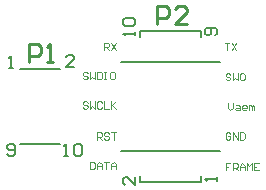
<source format=gto>
G04*
G04 #@! TF.GenerationSoftware,Altium Limited,CircuitStudio,1.5.2 (30)*
G04*
G04 Layer_Color=65535*
%FSLAX24Y24*%
%MOIN*%
G70*
G01*
G75*
%ADD12C,0.0079*%
%ADD14C,0.0100*%
%ADD16C,0.0060*%
%ADD17C,0.0039*%
D12*
X1299Y4596D02*
X2638D01*
X1299Y2096D02*
X2638D01*
X5289Y5659D02*
Y5876D01*
X7309Y5659D02*
Y5876D01*
X5289D02*
X7309D01*
Y817D02*
Y1033D01*
X5289Y817D02*
Y1033D01*
Y817D02*
X7309D01*
X4646Y1850D02*
X7953D01*
X4646Y4843D02*
X7953D01*
D14*
X1585Y4843D02*
Y5442D01*
X1885D01*
X1985Y5342D01*
Y5142D01*
X1885Y5042D01*
X1585D01*
X2184Y4843D02*
X2384D01*
X2284D01*
Y5442D01*
X2184Y5342D01*
X5846Y6102D02*
Y6702D01*
X6146D01*
X6246Y6602D01*
Y6402D01*
X6146Y6302D01*
X5846D01*
X6846Y6102D02*
X6446D01*
X6846Y6502D01*
Y6602D01*
X6746Y6702D01*
X6546D01*
X6446Y6602D01*
D16*
X3082Y4656D02*
X2815D01*
X3082Y4922D01*
Y4989D01*
X3015Y5055D01*
X2882D01*
X2815Y4989D01*
X915Y4636D02*
X1049D01*
X982D01*
Y5036D01*
X915Y4969D01*
X866Y1760D02*
X933Y1693D01*
X1066D01*
X1133Y1760D01*
Y2026D01*
X1066Y2093D01*
X933D01*
X866Y2026D01*
Y1960D01*
X933Y1893D01*
X1133D01*
X2756Y1693D02*
X2889D01*
X2823D01*
Y2093D01*
X2756Y2026D01*
X3089D02*
X3156Y2093D01*
X3289D01*
X3356Y2026D01*
Y1760D01*
X3289Y1693D01*
X3156D01*
X3089Y1760D01*
Y2026D01*
X5118Y5713D02*
Y5846D01*
Y5779D01*
X4718D01*
X4785Y5713D01*
Y6046D02*
X4718Y6112D01*
Y6246D01*
X4785Y6312D01*
X5051D01*
X5118Y6246D01*
Y6112D01*
X5051Y6046D01*
X4785D01*
X7807Y5713D02*
X7874Y5779D01*
Y5913D01*
X7807Y5979D01*
X7541D01*
X7474Y5913D01*
Y5779D01*
X7541Y5713D01*
X7607D01*
X7674Y5779D01*
Y5979D01*
X5118Y1011D02*
Y744D01*
X4852Y1011D01*
X4785D01*
X4718Y944D01*
Y811D01*
X4785Y744D01*
X7874Y862D02*
Y996D01*
Y929D01*
X7474D01*
X7541Y862D01*
D17*
X8110Y5472D02*
X8268D01*
X8189D01*
Y5236D01*
X8346Y5472D02*
X8504Y5236D01*
Y5472D02*
X8346Y5236D01*
X8307Y4409D02*
X8268Y4449D01*
X8189D01*
X8150Y4409D01*
Y4370D01*
X8189Y4331D01*
X8268D01*
X8307Y4291D01*
Y4252D01*
X8268Y4213D01*
X8189D01*
X8150Y4252D01*
X8386Y4449D02*
Y4213D01*
X8464Y4291D01*
X8543Y4213D01*
Y4449D01*
X8740D02*
X8661D01*
X8622Y4409D01*
Y4252D01*
X8661Y4213D01*
X8740D01*
X8779Y4252D01*
Y4409D01*
X8740Y4449D01*
X8228Y3465D02*
Y3307D01*
X8307Y3228D01*
X8386Y3307D01*
Y3465D01*
X8504Y3386D02*
X8583D01*
X8622Y3346D01*
Y3228D01*
X8504D01*
X8464Y3268D01*
X8504Y3307D01*
X8622D01*
X8819Y3228D02*
X8740D01*
X8701Y3268D01*
Y3346D01*
X8740Y3386D01*
X8819D01*
X8858Y3346D01*
Y3307D01*
X8701D01*
X8937Y3228D02*
Y3386D01*
X8976D01*
X9015Y3346D01*
Y3228D01*
Y3346D01*
X9055Y3386D01*
X9094Y3346D01*
Y3228D01*
X8307Y2441D02*
X8268Y2480D01*
X8189D01*
X8150Y2441D01*
Y2283D01*
X8189Y2244D01*
X8268D01*
X8307Y2283D01*
Y2362D01*
X8228D01*
X8386Y2244D02*
Y2480D01*
X8543Y2244D01*
Y2480D01*
X8622D02*
Y2244D01*
X8740D01*
X8779Y2283D01*
Y2441D01*
X8740Y2480D01*
X8622D01*
X8307Y1457D02*
X8150D01*
Y1339D01*
X8228D01*
X8150D01*
Y1220D01*
X8386D02*
Y1457D01*
X8504D01*
X8543Y1417D01*
Y1339D01*
X8504Y1299D01*
X8386D01*
X8464D02*
X8543Y1220D01*
X8622D02*
Y1378D01*
X8701Y1457D01*
X8779Y1378D01*
Y1220D01*
Y1339D01*
X8622D01*
X8858Y1220D02*
Y1457D01*
X8937Y1378D01*
X9015Y1457D01*
Y1220D01*
X9252Y1457D02*
X9094D01*
Y1220D01*
X9252D01*
X9094Y1339D02*
X9173D01*
X3622Y1496D02*
Y1260D01*
X3740D01*
X3779Y1299D01*
Y1457D01*
X3740Y1496D01*
X3622D01*
X3858Y1260D02*
Y1417D01*
X3937Y1496D01*
X4016Y1417D01*
Y1260D01*
Y1378D01*
X3858D01*
X4094Y1496D02*
X4252D01*
X4173D01*
Y1260D01*
X4330D02*
Y1417D01*
X4409Y1496D01*
X4488Y1417D01*
Y1260D01*
Y1378D01*
X4330D01*
X3858Y2244D02*
Y2480D01*
X3976D01*
X4016Y2441D01*
Y2362D01*
X3976Y2323D01*
X3858D01*
X3937D02*
X4016Y2244D01*
X4252Y2441D02*
X4212Y2480D01*
X4134D01*
X4094Y2441D01*
Y2402D01*
X4134Y2362D01*
X4212D01*
X4252Y2323D01*
Y2283D01*
X4212Y2244D01*
X4134D01*
X4094Y2283D01*
X4331Y2480D02*
X4488D01*
X4409D01*
Y2244D01*
X3543Y3474D02*
X3504Y3514D01*
X3425D01*
X3386Y3474D01*
Y3435D01*
X3425Y3396D01*
X3504D01*
X3543Y3356D01*
Y3317D01*
X3504Y3278D01*
X3425D01*
X3386Y3317D01*
X3622Y3514D02*
Y3278D01*
X3701Y3356D01*
X3779Y3278D01*
Y3514D01*
X4016Y3474D02*
X3976Y3514D01*
X3897D01*
X3858Y3474D01*
Y3317D01*
X3897Y3278D01*
X3976D01*
X4016Y3317D01*
X4094Y3514D02*
Y3278D01*
X4252D01*
X4330Y3514D02*
Y3278D01*
Y3356D01*
X4488Y3514D01*
X4370Y3396D01*
X4488Y3278D01*
X3543Y4449D02*
X3504Y4488D01*
X3425D01*
X3386Y4449D01*
Y4409D01*
X3425Y4370D01*
X3504D01*
X3543Y4331D01*
Y4291D01*
X3504Y4252D01*
X3425D01*
X3386Y4291D01*
X3622Y4488D02*
Y4252D01*
X3701Y4331D01*
X3779Y4252D01*
Y4488D01*
X3858D02*
Y4252D01*
X3976D01*
X4016Y4291D01*
Y4449D01*
X3976Y4488D01*
X3858D01*
X4094D02*
X4173D01*
X4134D01*
Y4252D01*
X4094D01*
X4173D01*
X4409Y4488D02*
X4330D01*
X4291Y4449D01*
Y4291D01*
X4330Y4252D01*
X4409D01*
X4448Y4291D01*
Y4449D01*
X4409Y4488D01*
X4094Y5236D02*
Y5472D01*
X4213D01*
X4252Y5433D01*
Y5354D01*
X4213Y5315D01*
X4094D01*
X4173D02*
X4252Y5236D01*
X4331Y5472D02*
X4488Y5236D01*
Y5472D02*
X4331Y5236D01*
M02*

</source>
